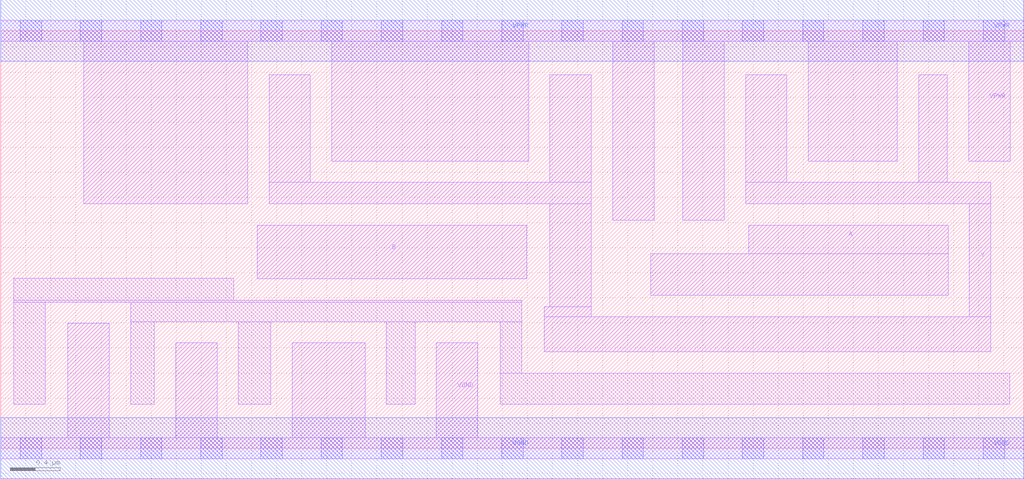
<source format=lef>
# Copyright 2020 The SkyWater PDK Authors
#
# Licensed under the Apache License, Version 2.0 (the "License");
# you may not use this file except in compliance with the License.
# You may obtain a copy of the License at
#
#     https://www.apache.org/licenses/LICENSE-2.0
#
# Unless required by applicable law or agreed to in writing, software
# distributed under the License is distributed on an "AS IS" BASIS,
# WITHOUT WARRANTIES OR CONDITIONS OF ANY KIND, either express or implied.
# See the License for the specific language governing permissions and
# limitations under the License.
#
# SPDX-License-Identifier: Apache-2.0

VERSION 5.7 ;
  NAMESCASESENSITIVE ON ;
  NOWIREEXTENSIONATPIN ON ;
  DIVIDERCHAR "/" ;
  BUSBITCHARS "[]" ;
UNITS
  DATABASE MICRONS 200 ;
END UNITS
MACRO sky130_fd_sc_ls__nand2_8
  CLASS CORE ;
  SOURCE USER ;
  FOREIGN sky130_fd_sc_ls__nand2_8 ;
  ORIGIN  0.000000  0.000000 ;
  SIZE  8.160000 BY  3.330000 ;
  SYMMETRY X Y ;
  SITE unit ;
  PIN A
    ANTENNAGATEAREA  1.560000 ;
    DIRECTION INPUT ;
    USE SIGNAL ;
    PORT
      LAYER li1 ;
        RECT 5.185000 1.220000 7.555000 1.550000 ;
        RECT 5.965000 1.550000 7.555000 1.780000 ;
    END
  END A
  PIN B
    ANTENNAGATEAREA  1.560000 ;
    DIRECTION INPUT ;
    USE SIGNAL ;
    PORT
      LAYER li1 ;
        RECT 2.045000 1.350000 4.195000 1.780000 ;
    END
  END B
  PIN Y
    ANTENNADIFFAREA  2.284800 ;
    DIRECTION OUTPUT ;
    USE SIGNAL ;
    PORT
      LAYER li1 ;
        RECT 2.140000 1.950000 4.710000 2.120000 ;
        RECT 2.140000 2.120000 2.470000 2.980000 ;
        RECT 4.335000 0.770000 7.895000 1.050000 ;
        RECT 4.335000 1.050000 4.710000 1.130000 ;
        RECT 4.380000 1.130000 4.710000 1.950000 ;
        RECT 4.380000 2.120000 4.710000 2.980000 ;
        RECT 5.940000 1.950000 7.895000 2.120000 ;
        RECT 5.940000 2.120000 6.270000 2.980000 ;
        RECT 7.320000 2.120000 7.550000 2.980000 ;
        RECT 7.725000 1.050000 7.895000 1.950000 ;
    END
  END Y
  PIN VGND
    DIRECTION INOUT ;
    SHAPE ABUTMENT ;
    USE GROUND ;
    PORT
      LAYER li1 ;
        RECT 0.000000 -0.085000 8.160000 0.085000 ;
        RECT 0.535000  0.085000 0.865000 0.995000 ;
        RECT 1.395000  0.085000 1.725000 0.840000 ;
        RECT 2.325000  0.085000 2.905000 0.840000 ;
        RECT 3.475000  0.085000 3.805000 0.840000 ;
      LAYER mcon ;
        RECT 0.155000 -0.085000 0.325000 0.085000 ;
        RECT 0.635000 -0.085000 0.805000 0.085000 ;
        RECT 1.115000 -0.085000 1.285000 0.085000 ;
        RECT 1.595000 -0.085000 1.765000 0.085000 ;
        RECT 2.075000 -0.085000 2.245000 0.085000 ;
        RECT 2.555000 -0.085000 2.725000 0.085000 ;
        RECT 3.035000 -0.085000 3.205000 0.085000 ;
        RECT 3.515000 -0.085000 3.685000 0.085000 ;
        RECT 3.995000 -0.085000 4.165000 0.085000 ;
        RECT 4.475000 -0.085000 4.645000 0.085000 ;
        RECT 4.955000 -0.085000 5.125000 0.085000 ;
        RECT 5.435000 -0.085000 5.605000 0.085000 ;
        RECT 5.915000 -0.085000 6.085000 0.085000 ;
        RECT 6.395000 -0.085000 6.565000 0.085000 ;
        RECT 6.875000 -0.085000 7.045000 0.085000 ;
        RECT 7.355000 -0.085000 7.525000 0.085000 ;
        RECT 7.835000 -0.085000 8.005000 0.085000 ;
      LAYER met1 ;
        RECT 0.000000 -0.245000 8.160000 0.245000 ;
    END
  END VGND
  PIN VPWR
    DIRECTION INOUT ;
    SHAPE ABUTMENT ;
    USE POWER ;
    PORT
      LAYER li1 ;
        RECT 0.000000 3.245000 8.160000 3.415000 ;
        RECT 0.660000 1.950000 1.970000 3.245000 ;
        RECT 2.640000 2.290000 4.210000 3.245000 ;
        RECT 4.880000 1.820000 5.210000 3.245000 ;
        RECT 5.440000 1.820000 5.770000 3.245000 ;
        RECT 6.440000 2.290000 7.150000 3.245000 ;
        RECT 7.720000 2.290000 8.050000 3.245000 ;
      LAYER mcon ;
        RECT 0.155000 3.245000 0.325000 3.415000 ;
        RECT 0.635000 3.245000 0.805000 3.415000 ;
        RECT 1.115000 3.245000 1.285000 3.415000 ;
        RECT 1.595000 3.245000 1.765000 3.415000 ;
        RECT 2.075000 3.245000 2.245000 3.415000 ;
        RECT 2.555000 3.245000 2.725000 3.415000 ;
        RECT 3.035000 3.245000 3.205000 3.415000 ;
        RECT 3.515000 3.245000 3.685000 3.415000 ;
        RECT 3.995000 3.245000 4.165000 3.415000 ;
        RECT 4.475000 3.245000 4.645000 3.415000 ;
        RECT 4.955000 3.245000 5.125000 3.415000 ;
        RECT 5.435000 3.245000 5.605000 3.415000 ;
        RECT 5.915000 3.245000 6.085000 3.415000 ;
        RECT 6.395000 3.245000 6.565000 3.415000 ;
        RECT 6.875000 3.245000 7.045000 3.415000 ;
        RECT 7.355000 3.245000 7.525000 3.415000 ;
        RECT 7.835000 3.245000 8.005000 3.415000 ;
      LAYER met1 ;
        RECT 0.000000 3.085000 8.160000 3.575000 ;
    END
  END VPWR
  OBS
    LAYER li1 ;
      RECT 0.105000 0.350000 0.355000 1.165000 ;
      RECT 0.105000 1.165000 4.155000 1.180000 ;
      RECT 0.105000 1.180000 1.860000 1.355000 ;
      RECT 1.035000 0.350000 1.225000 1.010000 ;
      RECT 1.035000 1.010000 4.155000 1.165000 ;
      RECT 1.895000 0.350000 2.155000 1.010000 ;
      RECT 3.075000 0.350000 3.305000 1.010000 ;
      RECT 3.985000 0.350000 8.045000 0.600000 ;
      RECT 3.985000 0.600000 4.155000 1.010000 ;
  END
END sky130_fd_sc_ls__nand2_8

</source>
